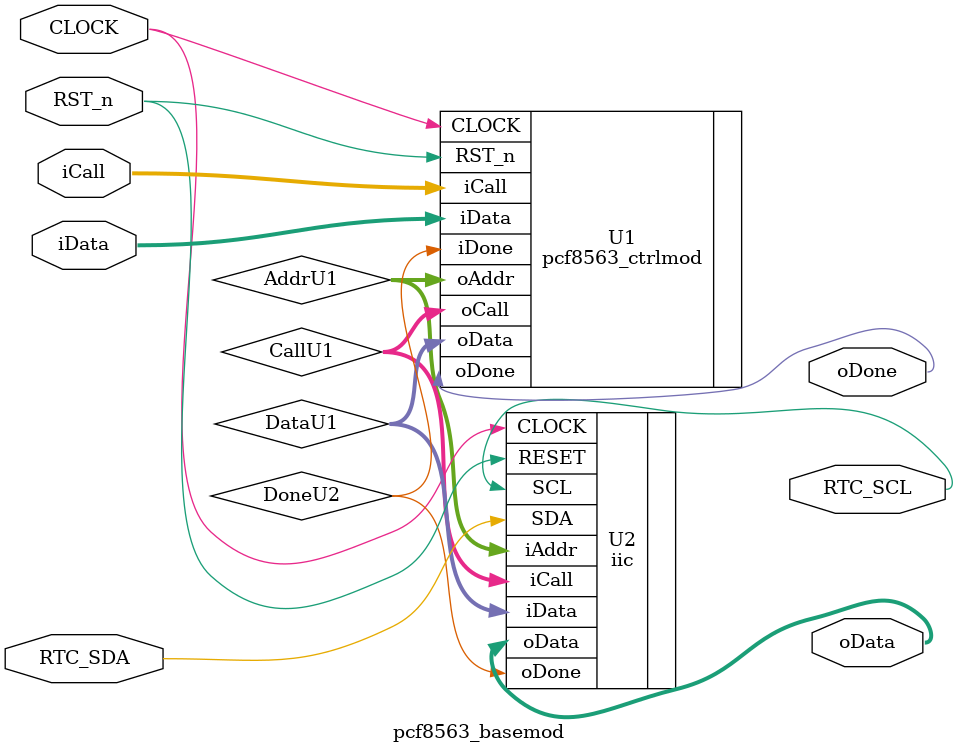
<source format=v>
module pcf8563_basemod
(
    input CLOCK, RST_n,
	 output RTC_SCL,
	 inout RTC_SDA,
	 input [7:0]iCall,
	 output oDone,
	 input [7:0]iData,
	 output [7:0]oData
);
    wire [7:0]AddrU1;
	 wire [7:0]DataU1;
	 wire [1:0]CallU1;
	 
	 pcf8563_ctrlmod U1
	 (
	     .CLOCK( CLOCK ),
		  .RST_n( RST_n ),
		  .iCall( iCall ),  // < top
		  .oDone( oDone ),    // > top
		  .iData( iData ),    // > top
		  .oCall( CallU1 ),  // > U2
		  .iDone( DoneU2 ),    // < U2
		  .oAddr( AddrU1 ),    // > U2
		  .oData( DataU1 )     // > U2
	 );
	 
	 
	 iic U2
	 (
	     .CLOCK( CLOCK ),
		  .RESET( RST_n ),
		  .SCL( RTC_SCL ),   // > top
		  .SDA( RTC_SDA ),         // <> top
		  .iCall( CallU1 ),            // < U1
		  .oDone( DoneU2 ),              // > U1
		  .iAddr( AddrU1 ),              // > U1
		  .iData( DataU1 ),              // > U1
		  .oData( oData )                // > top
	 );

endmodule

</source>
